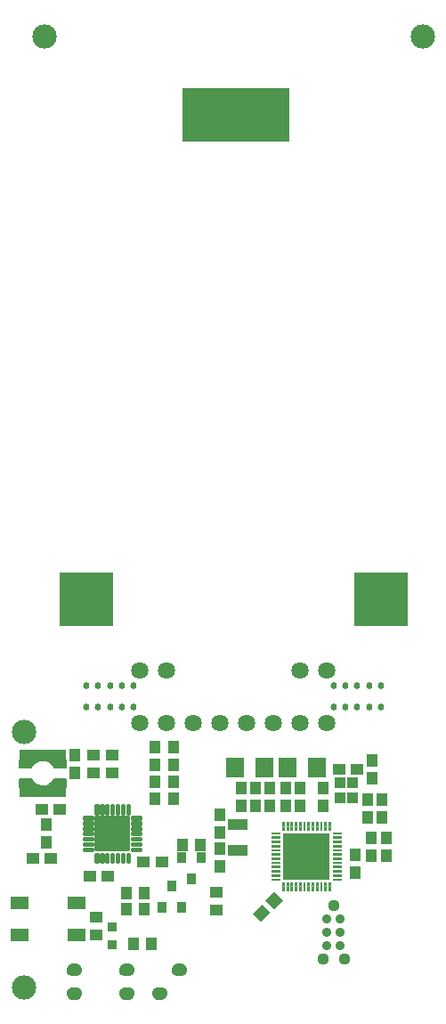
<source format=gts>
G75*
%MOIN*%
%OFA0B0*%
%FSLAX25Y25*%
%IPPOS*%
%LPD*%
%AMOC8*
5,1,8,0,0,1.08239X$1,22.5*
%
%ADD10C,0.09161*%
%ADD11C,0.02469*%
%ADD12R,0.04437X0.04831*%
%ADD13R,0.04831X0.04437*%
%ADD14R,0.17323X0.17323*%
%ADD15C,0.02681*%
%ADD16C,0.00394*%
%ADD17R,0.03937X0.04331*%
%ADD18C,0.00841*%
%ADD19C,0.01330*%
%ADD20C,0.00500*%
%ADD21R,0.17717X0.04114*%
%ADD22C,0.00630*%
%ADD23C,0.03598*%
%ADD24C,0.04402*%
%ADD25R,0.03650X0.03650*%
%ADD26R,0.06799X0.04831*%
%ADD27R,0.07587X0.04437*%
%ADD28C,0.06406*%
%ADD29R,0.06799X0.07587*%
%ADD30R,0.03650X0.04043*%
%ADD31R,0.39870X0.20185*%
%ADD32R,0.20185X0.20185*%
D10*
X0025784Y0029996D03*
X0025784Y0125665D03*
X0033264Y0385902D03*
X0174997Y0385902D03*
D11*
X0159249Y0142791D03*
X0154820Y0142791D03*
X0150390Y0142791D03*
X0145961Y0142791D03*
X0145961Y0134917D03*
X0150390Y0134917D03*
X0154820Y0134917D03*
X0159249Y0134917D03*
X0141532Y0134917D03*
X0141532Y0142791D03*
X0066729Y0142791D03*
X0062300Y0142791D03*
X0057871Y0142791D03*
X0057871Y0134917D03*
X0062300Y0134917D03*
X0066729Y0134917D03*
X0053442Y0134917D03*
X0049012Y0134917D03*
X0049012Y0142791D03*
X0053442Y0142791D03*
D12*
X0044682Y0116807D03*
X0044682Y0110114D03*
X0033855Y0091020D03*
X0033855Y0084327D03*
X0063875Y0065232D03*
X0063875Y0059130D03*
X0070568Y0059130D03*
X0070568Y0065232D03*
X0073453Y0046335D03*
X0066760Y0046335D03*
X0084938Y0083244D03*
X0091631Y0083244D03*
X0098973Y0081846D03*
X0099052Y0087791D03*
X0099052Y0094484D03*
X0106965Y0097870D03*
X0106965Y0104563D03*
X0112241Y0104563D03*
X0112241Y0097870D03*
X0117477Y0097870D03*
X0117477Y0104563D03*
X0123540Y0104563D03*
X0123540Y0097870D03*
X0128973Y0097870D03*
X0128973Y0104563D03*
X0137477Y0104563D03*
X0137477Y0097870D03*
X0149564Y0079602D03*
X0149564Y0072909D03*
X0155745Y0079209D03*
X0155745Y0085902D03*
X0154327Y0093579D03*
X0154327Y0100272D03*
X0156099Y0108185D03*
X0156099Y0114878D03*
X0159800Y0100272D03*
X0159800Y0093579D03*
X0161453Y0085902D03*
X0161453Y0079209D03*
X0098973Y0075154D03*
X0081493Y0100469D03*
X0081493Y0106768D03*
X0081493Y0113264D03*
X0081493Y0119760D03*
X0074800Y0119760D03*
X0074800Y0113264D03*
X0074800Y0106768D03*
X0074800Y0100469D03*
D13*
X0077162Y0076846D03*
X0070469Y0076846D03*
X0057083Y0071531D03*
X0050390Y0071531D03*
X0052556Y0056177D03*
X0052556Y0049484D03*
X0035627Y0078224D03*
X0028934Y0078224D03*
X0032280Y0096531D03*
X0038973Y0096531D03*
X0051572Y0110114D03*
X0051572Y0116807D03*
X0058658Y0116807D03*
X0058658Y0110114D03*
X0097635Y0065626D03*
X0097635Y0058933D03*
G36*
X0111284Y0057609D02*
X0114699Y0061024D01*
X0117836Y0057887D01*
X0114421Y0054472D01*
X0111284Y0057609D01*
G37*
G36*
X0116016Y0062341D02*
X0119431Y0065756D01*
X0122568Y0062619D01*
X0119153Y0059204D01*
X0116016Y0062341D01*
G37*
X0143698Y0111492D03*
X0150390Y0111492D03*
D14*
X0131296Y0079012D03*
D15*
X0133658Y0081374D03*
X0133658Y0076650D03*
X0128934Y0076650D03*
X0128934Y0081374D03*
X0128934Y0086098D03*
X0133658Y0086098D03*
X0138383Y0086098D03*
X0138383Y0081374D03*
X0138383Y0076650D03*
X0138383Y0071925D03*
X0133658Y0071925D03*
X0128934Y0071925D03*
X0124209Y0071925D03*
X0124209Y0076650D03*
X0124209Y0081374D03*
X0124209Y0086098D03*
D16*
X0121335Y0086096D02*
X0118422Y0086096D01*
X0118422Y0085823D02*
X0118422Y0086413D01*
X0121335Y0086413D01*
X0121335Y0085823D01*
X0118422Y0085823D01*
X0118422Y0084839D02*
X0118422Y0084248D01*
X0121335Y0084248D01*
X0121335Y0084839D01*
X0118422Y0084839D01*
X0118422Y0084527D02*
X0121335Y0084527D01*
X0121335Y0083264D02*
X0121335Y0082673D01*
X0118422Y0082673D01*
X0118422Y0083264D01*
X0121335Y0083264D01*
X0121335Y0082958D02*
X0118422Y0082958D01*
X0118422Y0081689D02*
X0118422Y0081098D01*
X0121335Y0081098D01*
X0121335Y0081689D01*
X0118422Y0081689D01*
X0118422Y0081389D02*
X0121335Y0081389D01*
X0121335Y0080114D02*
X0121335Y0079524D01*
X0118422Y0079524D01*
X0118422Y0080114D01*
X0121335Y0080114D01*
X0121335Y0079820D02*
X0118422Y0079820D01*
X0118422Y0078539D02*
X0118422Y0077949D01*
X0121335Y0077949D01*
X0121335Y0078539D01*
X0118422Y0078539D01*
X0118422Y0078252D02*
X0121335Y0078252D01*
X0121335Y0076965D02*
X0121335Y0076374D01*
X0118422Y0076374D01*
X0118422Y0076965D01*
X0121335Y0076965D01*
X0121335Y0076683D02*
X0118422Y0076683D01*
X0118422Y0075390D02*
X0118422Y0074799D01*
X0121335Y0074799D01*
X0121335Y0075390D01*
X0118422Y0075390D01*
X0118422Y0075114D02*
X0121335Y0075114D01*
X0121335Y0073815D02*
X0121335Y0073224D01*
X0118422Y0073224D01*
X0118422Y0073815D01*
X0121335Y0073815D01*
X0121335Y0073545D02*
X0118422Y0073545D01*
X0118422Y0072240D02*
X0118422Y0071650D01*
X0121335Y0071650D01*
X0121335Y0072240D01*
X0118422Y0072240D01*
X0118422Y0071976D02*
X0121335Y0071976D01*
X0121335Y0070665D02*
X0121335Y0070075D01*
X0118422Y0070075D01*
X0118422Y0070665D01*
X0121335Y0070665D01*
X0121335Y0070407D02*
X0118422Y0070407D01*
X0122320Y0069051D02*
X0122320Y0066138D01*
X0122910Y0066138D01*
X0122910Y0069051D01*
X0122320Y0069051D01*
X0122320Y0068838D02*
X0122910Y0068838D01*
X0122910Y0068446D02*
X0122320Y0068446D01*
X0122320Y0068054D02*
X0122910Y0068054D01*
X0122910Y0067662D02*
X0122320Y0067662D01*
X0122320Y0067270D02*
X0122910Y0067270D01*
X0122910Y0066877D02*
X0122320Y0066877D01*
X0122320Y0066485D02*
X0122910Y0066485D01*
X0123894Y0066485D02*
X0124485Y0066485D01*
X0124485Y0066138D02*
X0123894Y0066138D01*
X0123894Y0069051D01*
X0124485Y0069051D01*
X0124485Y0066138D01*
X0124485Y0066877D02*
X0123894Y0066877D01*
X0123894Y0067270D02*
X0124485Y0067270D01*
X0124485Y0067662D02*
X0123894Y0067662D01*
X0123894Y0068054D02*
X0124485Y0068054D01*
X0124485Y0068446D02*
X0123894Y0068446D01*
X0123894Y0068838D02*
X0124485Y0068838D01*
X0125469Y0068838D02*
X0126060Y0068838D01*
X0126060Y0069051D02*
X0126060Y0066138D01*
X0125469Y0066138D01*
X0125469Y0069051D01*
X0126060Y0069051D01*
X0126060Y0068446D02*
X0125469Y0068446D01*
X0125469Y0068054D02*
X0126060Y0068054D01*
X0126060Y0067662D02*
X0125469Y0067662D01*
X0125469Y0067270D02*
X0126060Y0067270D01*
X0126060Y0066877D02*
X0125469Y0066877D01*
X0125469Y0066485D02*
X0126060Y0066485D01*
X0127044Y0066485D02*
X0127635Y0066485D01*
X0127635Y0066138D02*
X0127044Y0066138D01*
X0127044Y0069051D01*
X0127635Y0069051D01*
X0127635Y0066138D01*
X0127635Y0066877D02*
X0127044Y0066877D01*
X0127044Y0067270D02*
X0127635Y0067270D01*
X0127635Y0067662D02*
X0127044Y0067662D01*
X0127044Y0068054D02*
X0127635Y0068054D01*
X0127635Y0068446D02*
X0127044Y0068446D01*
X0127044Y0068838D02*
X0127635Y0068838D01*
X0128619Y0068838D02*
X0129209Y0068838D01*
X0129209Y0069051D02*
X0129209Y0066138D01*
X0128619Y0066138D01*
X0128619Y0069051D01*
X0129209Y0069051D01*
X0129209Y0068446D02*
X0128619Y0068446D01*
X0128619Y0068054D02*
X0129209Y0068054D01*
X0129209Y0067662D02*
X0128619Y0067662D01*
X0128619Y0067270D02*
X0129209Y0067270D01*
X0129209Y0066877D02*
X0128619Y0066877D01*
X0128619Y0066485D02*
X0129209Y0066485D01*
X0130194Y0066485D02*
X0130784Y0066485D01*
X0130784Y0066138D02*
X0130194Y0066138D01*
X0130194Y0069051D01*
X0130784Y0069051D01*
X0130784Y0066138D01*
X0130784Y0066877D02*
X0130194Y0066877D01*
X0130194Y0067270D02*
X0130784Y0067270D01*
X0130784Y0067662D02*
X0130194Y0067662D01*
X0130194Y0068054D02*
X0130784Y0068054D01*
X0130784Y0068446D02*
X0130194Y0068446D01*
X0130194Y0068838D02*
X0130784Y0068838D01*
X0131768Y0068838D02*
X0132359Y0068838D01*
X0132359Y0069051D02*
X0132359Y0066138D01*
X0131768Y0066138D01*
X0131768Y0069051D01*
X0132359Y0069051D01*
X0132359Y0068446D02*
X0131768Y0068446D01*
X0131768Y0068054D02*
X0132359Y0068054D01*
X0132359Y0067662D02*
X0131768Y0067662D01*
X0131768Y0067270D02*
X0132359Y0067270D01*
X0132359Y0066877D02*
X0131768Y0066877D01*
X0131768Y0066485D02*
X0132359Y0066485D01*
X0133343Y0066485D02*
X0133934Y0066485D01*
X0133934Y0066138D02*
X0133343Y0066138D01*
X0133343Y0069051D01*
X0133934Y0069051D01*
X0133934Y0066138D01*
X0133934Y0066877D02*
X0133343Y0066877D01*
X0133343Y0067270D02*
X0133934Y0067270D01*
X0133934Y0067662D02*
X0133343Y0067662D01*
X0133343Y0068054D02*
X0133934Y0068054D01*
X0133934Y0068446D02*
X0133343Y0068446D01*
X0133343Y0068838D02*
X0133934Y0068838D01*
X0134918Y0068838D02*
X0135509Y0068838D01*
X0135509Y0069051D02*
X0135509Y0066138D01*
X0134918Y0066138D01*
X0134918Y0069051D01*
X0135509Y0069051D01*
X0135509Y0068446D02*
X0134918Y0068446D01*
X0134918Y0068054D02*
X0135509Y0068054D01*
X0135509Y0067662D02*
X0134918Y0067662D01*
X0134918Y0067270D02*
X0135509Y0067270D01*
X0135509Y0066877D02*
X0134918Y0066877D01*
X0134918Y0066485D02*
X0135509Y0066485D01*
X0136493Y0066485D02*
X0137083Y0066485D01*
X0137083Y0066138D02*
X0136493Y0066138D01*
X0136493Y0069051D01*
X0137083Y0069051D01*
X0137083Y0066138D01*
X0137083Y0066877D02*
X0136493Y0066877D01*
X0136493Y0067270D02*
X0137083Y0067270D01*
X0137083Y0067662D02*
X0136493Y0067662D01*
X0136493Y0068054D02*
X0137083Y0068054D01*
X0137083Y0068446D02*
X0136493Y0068446D01*
X0136493Y0068838D02*
X0137083Y0068838D01*
X0138068Y0068838D02*
X0138658Y0068838D01*
X0138658Y0069051D02*
X0138658Y0066138D01*
X0138068Y0066138D01*
X0138068Y0069051D01*
X0138658Y0069051D01*
X0138658Y0068446D02*
X0138068Y0068446D01*
X0138068Y0068054D02*
X0138658Y0068054D01*
X0138658Y0067662D02*
X0138068Y0067662D01*
X0138068Y0067270D02*
X0138658Y0067270D01*
X0138658Y0066877D02*
X0138068Y0066877D01*
X0138068Y0066485D02*
X0138658Y0066485D01*
X0139642Y0066485D02*
X0140233Y0066485D01*
X0140233Y0066138D02*
X0139642Y0066138D01*
X0139642Y0069051D01*
X0140233Y0069051D01*
X0140233Y0066138D01*
X0140233Y0066877D02*
X0139642Y0066877D01*
X0139642Y0067270D02*
X0140233Y0067270D01*
X0140233Y0067662D02*
X0139642Y0067662D01*
X0139642Y0068054D02*
X0140233Y0068054D01*
X0140233Y0068446D02*
X0139642Y0068446D01*
X0139642Y0068838D02*
X0140233Y0068838D01*
X0141257Y0070075D02*
X0141257Y0070665D01*
X0144170Y0070665D01*
X0144170Y0070075D01*
X0141257Y0070075D01*
X0141257Y0070407D02*
X0144170Y0070407D01*
X0144170Y0071650D02*
X0141257Y0071650D01*
X0141257Y0072240D01*
X0144170Y0072240D01*
X0144170Y0071650D01*
X0144170Y0071976D02*
X0141257Y0071976D01*
X0141257Y0073224D02*
X0141257Y0073815D01*
X0144170Y0073815D01*
X0144170Y0073224D01*
X0141257Y0073224D01*
X0141257Y0073545D02*
X0144170Y0073545D01*
X0144170Y0074799D02*
X0141257Y0074799D01*
X0141257Y0075390D01*
X0144170Y0075390D01*
X0144170Y0074799D01*
X0144170Y0075114D02*
X0141257Y0075114D01*
X0141257Y0076374D02*
X0141257Y0076965D01*
X0144170Y0076965D01*
X0144170Y0076374D01*
X0141257Y0076374D01*
X0141257Y0076683D02*
X0144170Y0076683D01*
X0144170Y0077949D02*
X0141257Y0077949D01*
X0141257Y0078539D01*
X0144170Y0078539D01*
X0144170Y0077949D01*
X0144170Y0078252D02*
X0141257Y0078252D01*
X0141257Y0079524D02*
X0141257Y0080114D01*
X0144170Y0080114D01*
X0144170Y0079524D01*
X0141257Y0079524D01*
X0141257Y0079820D02*
X0144170Y0079820D01*
X0144170Y0081098D02*
X0141257Y0081098D01*
X0141257Y0081689D01*
X0144170Y0081689D01*
X0144170Y0081098D01*
X0144170Y0081389D02*
X0141257Y0081389D01*
X0141257Y0082673D02*
X0141257Y0083264D01*
X0144170Y0083264D01*
X0144170Y0082673D01*
X0141257Y0082673D01*
X0141257Y0082958D02*
X0144170Y0082958D01*
X0144170Y0084248D02*
X0141257Y0084248D01*
X0141257Y0084839D01*
X0144170Y0084839D01*
X0144170Y0084248D01*
X0144170Y0084527D02*
X0141257Y0084527D01*
X0141257Y0085823D02*
X0141257Y0086413D01*
X0144170Y0086413D01*
X0144170Y0085823D01*
X0141257Y0085823D01*
X0141257Y0086096D02*
X0144170Y0086096D01*
X0144170Y0087398D02*
X0141257Y0087398D01*
X0141257Y0087988D01*
X0144170Y0087988D01*
X0144170Y0087398D01*
X0144170Y0087665D02*
X0141257Y0087665D01*
X0140233Y0088972D02*
X0139642Y0088972D01*
X0139642Y0091886D01*
X0140233Y0091886D01*
X0140233Y0088972D01*
X0140233Y0089233D02*
X0139642Y0089233D01*
X0139642Y0089626D02*
X0140233Y0089626D01*
X0140233Y0090018D02*
X0139642Y0090018D01*
X0139642Y0090410D02*
X0140233Y0090410D01*
X0140233Y0090802D02*
X0139642Y0090802D01*
X0139642Y0091195D02*
X0140233Y0091195D01*
X0140233Y0091587D02*
X0139642Y0091587D01*
X0138658Y0091587D02*
X0138068Y0091587D01*
X0138068Y0091886D02*
X0138658Y0091886D01*
X0138658Y0088972D01*
X0138068Y0088972D01*
X0138068Y0091886D01*
X0138068Y0091195D02*
X0138658Y0091195D01*
X0138658Y0090802D02*
X0138068Y0090802D01*
X0138068Y0090410D02*
X0138658Y0090410D01*
X0138658Y0090018D02*
X0138068Y0090018D01*
X0138068Y0089626D02*
X0138658Y0089626D01*
X0138658Y0089233D02*
X0138068Y0089233D01*
X0137083Y0089233D02*
X0136493Y0089233D01*
X0136493Y0088972D02*
X0137083Y0088972D01*
X0137083Y0091886D01*
X0136493Y0091886D01*
X0136493Y0088972D01*
X0136493Y0089626D02*
X0137083Y0089626D01*
X0137083Y0090018D02*
X0136493Y0090018D01*
X0136493Y0090410D02*
X0137083Y0090410D01*
X0137083Y0090802D02*
X0136493Y0090802D01*
X0136493Y0091195D02*
X0137083Y0091195D01*
X0137083Y0091587D02*
X0136493Y0091587D01*
X0135509Y0091587D02*
X0134918Y0091587D01*
X0134918Y0091886D02*
X0135509Y0091886D01*
X0135509Y0088972D01*
X0134918Y0088972D01*
X0134918Y0091886D01*
X0134918Y0091195D02*
X0135509Y0091195D01*
X0135509Y0090802D02*
X0134918Y0090802D01*
X0134918Y0090410D02*
X0135509Y0090410D01*
X0135509Y0090018D02*
X0134918Y0090018D01*
X0134918Y0089626D02*
X0135509Y0089626D01*
X0135509Y0089233D02*
X0134918Y0089233D01*
X0133934Y0089233D02*
X0133343Y0089233D01*
X0133343Y0088972D02*
X0133934Y0088972D01*
X0133934Y0091886D01*
X0133343Y0091886D01*
X0133343Y0088972D01*
X0133343Y0089626D02*
X0133934Y0089626D01*
X0133934Y0090018D02*
X0133343Y0090018D01*
X0133343Y0090410D02*
X0133934Y0090410D01*
X0133934Y0090802D02*
X0133343Y0090802D01*
X0133343Y0091195D02*
X0133934Y0091195D01*
X0133934Y0091587D02*
X0133343Y0091587D01*
X0132359Y0091587D02*
X0131768Y0091587D01*
X0131768Y0091886D02*
X0132359Y0091886D01*
X0132359Y0088972D01*
X0131768Y0088972D01*
X0131768Y0091886D01*
X0131768Y0091195D02*
X0132359Y0091195D01*
X0132359Y0090802D02*
X0131768Y0090802D01*
X0131768Y0090410D02*
X0132359Y0090410D01*
X0132359Y0090018D02*
X0131768Y0090018D01*
X0131768Y0089626D02*
X0132359Y0089626D01*
X0132359Y0089233D02*
X0131768Y0089233D01*
X0130784Y0089233D02*
X0130194Y0089233D01*
X0130194Y0088972D02*
X0130784Y0088972D01*
X0130784Y0091886D01*
X0130194Y0091886D01*
X0130194Y0088972D01*
X0130194Y0089626D02*
X0130784Y0089626D01*
X0130784Y0090018D02*
X0130194Y0090018D01*
X0130194Y0090410D02*
X0130784Y0090410D01*
X0130784Y0090802D02*
X0130194Y0090802D01*
X0130194Y0091195D02*
X0130784Y0091195D01*
X0130784Y0091587D02*
X0130194Y0091587D01*
X0129209Y0091587D02*
X0128619Y0091587D01*
X0128619Y0091886D02*
X0129209Y0091886D01*
X0129209Y0088972D01*
X0128619Y0088972D01*
X0128619Y0091886D01*
X0128619Y0091195D02*
X0129209Y0091195D01*
X0129209Y0090802D02*
X0128619Y0090802D01*
X0128619Y0090410D02*
X0129209Y0090410D01*
X0129209Y0090018D02*
X0128619Y0090018D01*
X0128619Y0089626D02*
X0129209Y0089626D01*
X0129209Y0089233D02*
X0128619Y0089233D01*
X0127635Y0089233D02*
X0127044Y0089233D01*
X0127044Y0088972D02*
X0127635Y0088972D01*
X0127635Y0091886D01*
X0127044Y0091886D01*
X0127044Y0088972D01*
X0127044Y0089626D02*
X0127635Y0089626D01*
X0127635Y0090018D02*
X0127044Y0090018D01*
X0127044Y0090410D02*
X0127635Y0090410D01*
X0127635Y0090802D02*
X0127044Y0090802D01*
X0127044Y0091195D02*
X0127635Y0091195D01*
X0127635Y0091587D02*
X0127044Y0091587D01*
X0126060Y0091587D02*
X0125469Y0091587D01*
X0125469Y0091886D02*
X0126060Y0091886D01*
X0126060Y0088972D01*
X0125469Y0088972D01*
X0125469Y0091886D01*
X0125469Y0091195D02*
X0126060Y0091195D01*
X0126060Y0090802D02*
X0125469Y0090802D01*
X0125469Y0090410D02*
X0126060Y0090410D01*
X0126060Y0090018D02*
X0125469Y0090018D01*
X0125469Y0089626D02*
X0126060Y0089626D01*
X0126060Y0089233D02*
X0125469Y0089233D01*
X0124485Y0089233D02*
X0123894Y0089233D01*
X0123894Y0088972D02*
X0124485Y0088972D01*
X0124485Y0091886D01*
X0123894Y0091886D01*
X0123894Y0088972D01*
X0123894Y0089626D02*
X0124485Y0089626D01*
X0124485Y0090018D02*
X0123894Y0090018D01*
X0123894Y0090410D02*
X0124485Y0090410D01*
X0124485Y0090802D02*
X0123894Y0090802D01*
X0123894Y0091195D02*
X0124485Y0091195D01*
X0124485Y0091587D02*
X0123894Y0091587D01*
X0122910Y0091587D02*
X0122320Y0091587D01*
X0122320Y0091886D02*
X0122910Y0091886D01*
X0122910Y0088972D01*
X0122320Y0088972D01*
X0122320Y0091886D01*
X0122320Y0091195D02*
X0122910Y0091195D01*
X0122910Y0090802D02*
X0122320Y0090802D01*
X0122320Y0090410D02*
X0122910Y0090410D01*
X0122910Y0090018D02*
X0122320Y0090018D01*
X0122320Y0089626D02*
X0122910Y0089626D01*
X0122910Y0089233D02*
X0122320Y0089233D01*
X0121335Y0087988D02*
X0121335Y0087398D01*
X0118422Y0087398D01*
X0118422Y0087988D01*
X0121335Y0087988D01*
X0121335Y0087665D02*
X0118422Y0087665D01*
D17*
X0143953Y0100764D03*
X0143953Y0106472D03*
X0148481Y0106472D03*
X0148481Y0100764D03*
D18*
X0069314Y0093802D02*
X0066112Y0093802D01*
X0069314Y0093802D02*
X0069314Y0092962D01*
X0066112Y0092962D01*
X0066112Y0093802D01*
X0069314Y0093802D01*
X0069314Y0091833D02*
X0066112Y0091833D01*
X0069314Y0091833D02*
X0069314Y0090993D01*
X0066112Y0090993D01*
X0066112Y0091833D01*
X0069314Y0091833D01*
X0069314Y0089865D02*
X0066112Y0089865D01*
X0069314Y0089865D02*
X0069314Y0089025D01*
X0066112Y0089025D01*
X0066112Y0089865D01*
X0069314Y0089865D01*
X0069314Y0087896D02*
X0066112Y0087896D01*
X0069314Y0087896D02*
X0069314Y0087056D01*
X0066112Y0087056D01*
X0066112Y0087896D01*
X0069314Y0087896D01*
X0069314Y0085928D02*
X0066112Y0085928D01*
X0069314Y0085928D02*
X0069314Y0085088D01*
X0066112Y0085088D01*
X0066112Y0085928D01*
X0069314Y0085928D01*
X0069314Y0083959D02*
X0066112Y0083959D01*
X0069314Y0083959D02*
X0069314Y0083119D01*
X0066112Y0083119D01*
X0066112Y0083959D01*
X0069314Y0083959D01*
X0069314Y0081991D02*
X0066112Y0081991D01*
X0069314Y0081991D02*
X0069314Y0081151D01*
X0066112Y0081151D01*
X0066112Y0081991D01*
X0069314Y0081991D01*
X0064984Y0080022D02*
X0064984Y0076820D01*
X0064144Y0076820D01*
X0064144Y0080022D01*
X0064984Y0080022D01*
X0064984Y0077660D02*
X0064144Y0077660D01*
X0064144Y0078500D02*
X0064984Y0078500D01*
X0064984Y0079340D02*
X0064144Y0079340D01*
X0063015Y0080022D02*
X0063015Y0076820D01*
X0062175Y0076820D01*
X0062175Y0080022D01*
X0063015Y0080022D01*
X0063015Y0077660D02*
X0062175Y0077660D01*
X0062175Y0078500D02*
X0063015Y0078500D01*
X0063015Y0079340D02*
X0062175Y0079340D01*
X0061047Y0080022D02*
X0061047Y0076820D01*
X0060207Y0076820D01*
X0060207Y0080022D01*
X0061047Y0080022D01*
X0061047Y0077660D02*
X0060207Y0077660D01*
X0060207Y0078500D02*
X0061047Y0078500D01*
X0061047Y0079340D02*
X0060207Y0079340D01*
X0059078Y0080022D02*
X0059078Y0076820D01*
X0058238Y0076820D01*
X0058238Y0080022D01*
X0059078Y0080022D01*
X0059078Y0077660D02*
X0058238Y0077660D01*
X0058238Y0078500D02*
X0059078Y0078500D01*
X0059078Y0079340D02*
X0058238Y0079340D01*
X0057110Y0080022D02*
X0057110Y0076820D01*
X0056270Y0076820D01*
X0056270Y0080022D01*
X0057110Y0080022D01*
X0057110Y0077660D02*
X0056270Y0077660D01*
X0056270Y0078500D02*
X0057110Y0078500D01*
X0057110Y0079340D02*
X0056270Y0079340D01*
X0055141Y0080022D02*
X0055141Y0076820D01*
X0054301Y0076820D01*
X0054301Y0080022D01*
X0055141Y0080022D01*
X0055141Y0077660D02*
X0054301Y0077660D01*
X0054301Y0078500D02*
X0055141Y0078500D01*
X0055141Y0079340D02*
X0054301Y0079340D01*
X0053173Y0080022D02*
X0053173Y0076820D01*
X0052333Y0076820D01*
X0052333Y0080022D01*
X0053173Y0080022D01*
X0053173Y0077660D02*
X0052333Y0077660D01*
X0052333Y0078500D02*
X0053173Y0078500D01*
X0053173Y0079340D02*
X0052333Y0079340D01*
X0051204Y0081151D02*
X0048002Y0081151D01*
X0048002Y0081991D01*
X0051204Y0081991D01*
X0051204Y0081151D01*
X0051204Y0081991D02*
X0048002Y0081991D01*
X0048002Y0083119D02*
X0051204Y0083119D01*
X0048002Y0083119D02*
X0048002Y0083959D01*
X0051204Y0083959D01*
X0051204Y0083119D01*
X0051204Y0083959D02*
X0048002Y0083959D01*
X0048002Y0085088D02*
X0051204Y0085088D01*
X0048002Y0085088D02*
X0048002Y0085928D01*
X0051204Y0085928D01*
X0051204Y0085088D01*
X0051204Y0085928D02*
X0048002Y0085928D01*
X0048002Y0087056D02*
X0051204Y0087056D01*
X0048002Y0087056D02*
X0048002Y0087896D01*
X0051204Y0087896D01*
X0051204Y0087056D01*
X0051204Y0087896D02*
X0048002Y0087896D01*
X0048002Y0089025D02*
X0051204Y0089025D01*
X0048002Y0089025D02*
X0048002Y0089865D01*
X0051204Y0089865D01*
X0051204Y0089025D01*
X0051204Y0089865D02*
X0048002Y0089865D01*
X0048002Y0090993D02*
X0051204Y0090993D01*
X0048002Y0090993D02*
X0048002Y0091833D01*
X0051204Y0091833D01*
X0051204Y0090993D01*
X0051204Y0091833D02*
X0048002Y0091833D01*
X0048002Y0092962D02*
X0051204Y0092962D01*
X0048002Y0092962D02*
X0048002Y0093802D01*
X0051204Y0093802D01*
X0051204Y0092962D01*
X0051204Y0093802D02*
X0048002Y0093802D01*
X0052333Y0094930D02*
X0052333Y0098132D01*
X0053173Y0098132D01*
X0053173Y0094930D01*
X0052333Y0094930D01*
X0052333Y0095770D02*
X0053173Y0095770D01*
X0053173Y0096610D02*
X0052333Y0096610D01*
X0052333Y0097450D02*
X0053173Y0097450D01*
X0054301Y0098132D02*
X0054301Y0094930D01*
X0054301Y0098132D02*
X0055141Y0098132D01*
X0055141Y0094930D01*
X0054301Y0094930D01*
X0054301Y0095770D02*
X0055141Y0095770D01*
X0055141Y0096610D02*
X0054301Y0096610D01*
X0054301Y0097450D02*
X0055141Y0097450D01*
X0056270Y0098132D02*
X0056270Y0094930D01*
X0056270Y0098132D02*
X0057110Y0098132D01*
X0057110Y0094930D01*
X0056270Y0094930D01*
X0056270Y0095770D02*
X0057110Y0095770D01*
X0057110Y0096610D02*
X0056270Y0096610D01*
X0056270Y0097450D02*
X0057110Y0097450D01*
X0058238Y0098132D02*
X0058238Y0094930D01*
X0058238Y0098132D02*
X0059078Y0098132D01*
X0059078Y0094930D01*
X0058238Y0094930D01*
X0058238Y0095770D02*
X0059078Y0095770D01*
X0059078Y0096610D02*
X0058238Y0096610D01*
X0058238Y0097450D02*
X0059078Y0097450D01*
X0060207Y0098132D02*
X0060207Y0094930D01*
X0060207Y0098132D02*
X0061047Y0098132D01*
X0061047Y0094930D01*
X0060207Y0094930D01*
X0060207Y0095770D02*
X0061047Y0095770D01*
X0061047Y0096610D02*
X0060207Y0096610D01*
X0060207Y0097450D02*
X0061047Y0097450D01*
X0062175Y0098132D02*
X0062175Y0094930D01*
X0062175Y0098132D02*
X0063015Y0098132D01*
X0063015Y0094930D01*
X0062175Y0094930D01*
X0062175Y0095770D02*
X0063015Y0095770D01*
X0063015Y0096610D02*
X0062175Y0096610D01*
X0062175Y0097450D02*
X0063015Y0097450D01*
X0064144Y0098132D02*
X0064144Y0094930D01*
X0064144Y0098132D02*
X0064984Y0098132D01*
X0064984Y0094930D01*
X0064144Y0094930D01*
X0064144Y0095770D02*
X0064984Y0095770D01*
X0064984Y0096610D02*
X0064144Y0096610D01*
X0064144Y0097450D02*
X0064984Y0097450D01*
D19*
X0064640Y0081494D02*
X0052676Y0081494D01*
X0052676Y0093458D01*
X0064640Y0093458D01*
X0064640Y0081494D01*
X0064640Y0082823D02*
X0052676Y0082823D01*
X0052676Y0084152D02*
X0064640Y0084152D01*
X0064640Y0085481D02*
X0052676Y0085481D01*
X0052676Y0086810D02*
X0064640Y0086810D01*
X0064640Y0088139D02*
X0052676Y0088139D01*
X0052676Y0089468D02*
X0064640Y0089468D01*
X0064640Y0090797D02*
X0052676Y0090797D01*
X0052676Y0092126D02*
X0064640Y0092126D01*
X0064640Y0093455D02*
X0052676Y0093455D01*
D20*
X0045390Y0038382D02*
X0043422Y0038382D01*
X0042635Y0037988D01*
X0042241Y0037594D01*
X0041847Y0036807D01*
X0041847Y0036020D01*
X0042241Y0035232D01*
X0042635Y0034839D01*
X0043422Y0034445D01*
X0045390Y0034445D01*
X0046178Y0034839D01*
X0046572Y0035232D01*
X0046965Y0036020D01*
X0046965Y0036807D01*
X0046572Y0037594D01*
X0046178Y0037988D01*
X0045390Y0038382D01*
X0046102Y0038026D02*
X0042710Y0038026D01*
X0042207Y0037527D02*
X0046605Y0037527D01*
X0046854Y0037029D02*
X0041958Y0037029D01*
X0041847Y0036530D02*
X0046965Y0036530D01*
X0046965Y0036032D02*
X0041847Y0036032D01*
X0042090Y0035533D02*
X0046722Y0035533D01*
X0046374Y0035035D02*
X0042438Y0035035D01*
X0043239Y0034536D02*
X0045573Y0034536D01*
X0045390Y0029524D02*
X0043422Y0029524D01*
X0042635Y0029130D01*
X0042241Y0028736D01*
X0041847Y0027949D01*
X0041847Y0027161D01*
X0042241Y0026374D01*
X0042635Y0025980D01*
X0043422Y0025587D01*
X0045390Y0025587D01*
X0046178Y0025980D01*
X0046572Y0026374D01*
X0046965Y0027161D01*
X0046965Y0027949D01*
X0046572Y0028736D01*
X0046178Y0029130D01*
X0045390Y0029524D01*
X0046255Y0029053D02*
X0042557Y0029053D01*
X0042150Y0028554D02*
X0046662Y0028554D01*
X0046912Y0028056D02*
X0041901Y0028056D01*
X0041847Y0027557D02*
X0046965Y0027557D01*
X0046914Y0027059D02*
X0041898Y0027059D01*
X0042148Y0026560D02*
X0046665Y0026560D01*
X0046259Y0026062D02*
X0042553Y0026062D01*
X0061532Y0027161D02*
X0061532Y0027949D01*
X0061926Y0028736D01*
X0062320Y0029130D01*
X0063107Y0029524D01*
X0065075Y0029524D01*
X0065863Y0029130D01*
X0066257Y0028736D01*
X0066650Y0027949D01*
X0066650Y0027161D01*
X0066257Y0026374D01*
X0065863Y0025980D01*
X0065075Y0025587D01*
X0063107Y0025587D01*
X0062320Y0025980D01*
X0061926Y0026374D01*
X0061532Y0027161D01*
X0061584Y0027059D02*
X0066599Y0027059D01*
X0066650Y0027557D02*
X0061532Y0027557D01*
X0061586Y0028056D02*
X0066597Y0028056D01*
X0066348Y0028554D02*
X0061835Y0028554D01*
X0062242Y0029053D02*
X0065940Y0029053D01*
X0066350Y0026560D02*
X0061833Y0026560D01*
X0062238Y0026062D02*
X0065944Y0026062D01*
X0065075Y0034445D02*
X0063107Y0034445D01*
X0062320Y0034839D01*
X0061926Y0035232D01*
X0061532Y0036020D01*
X0061532Y0036807D01*
X0061926Y0037594D01*
X0062320Y0037988D01*
X0063107Y0038382D01*
X0065075Y0038382D01*
X0065863Y0037988D01*
X0066257Y0037594D01*
X0066650Y0036807D01*
X0066650Y0036020D01*
X0066257Y0035232D01*
X0065863Y0034839D01*
X0065075Y0034445D01*
X0065258Y0034536D02*
X0062924Y0034536D01*
X0062123Y0035035D02*
X0066059Y0035035D01*
X0066407Y0035533D02*
X0061775Y0035533D01*
X0061532Y0036032D02*
X0066650Y0036032D01*
X0066650Y0036530D02*
X0061532Y0036530D01*
X0061643Y0037029D02*
X0066539Y0037029D01*
X0066290Y0037527D02*
X0061892Y0037527D01*
X0062395Y0038026D02*
X0065787Y0038026D01*
X0074623Y0029228D02*
X0075410Y0029622D01*
X0077379Y0029622D01*
X0078166Y0029228D01*
X0078560Y0028835D01*
X0078953Y0028047D01*
X0078953Y0027260D01*
X0078560Y0026472D01*
X0078166Y0026079D01*
X0077379Y0025685D01*
X0075410Y0025685D01*
X0074623Y0026079D01*
X0074229Y0026472D01*
X0073835Y0027260D01*
X0073835Y0028047D01*
X0074229Y0028835D01*
X0074623Y0029228D01*
X0074447Y0029053D02*
X0078342Y0029053D01*
X0078700Y0028554D02*
X0074089Y0028554D01*
X0073840Y0028056D02*
X0078949Y0028056D01*
X0078953Y0027557D02*
X0073835Y0027557D01*
X0073936Y0027059D02*
X0078853Y0027059D01*
X0078604Y0026560D02*
X0074185Y0026560D01*
X0074657Y0026062D02*
X0078132Y0026062D01*
X0077520Y0029551D02*
X0075269Y0029551D01*
X0081611Y0035232D02*
X0081217Y0036020D01*
X0081217Y0036807D01*
X0081611Y0037594D01*
X0082005Y0037988D01*
X0082792Y0038382D01*
X0084760Y0038382D01*
X0085548Y0037988D01*
X0085942Y0037594D01*
X0086335Y0036807D01*
X0086335Y0036020D01*
X0085942Y0035232D01*
X0085548Y0034839D01*
X0084760Y0034445D01*
X0082792Y0034445D01*
X0082005Y0034839D01*
X0081611Y0035232D01*
X0081808Y0035035D02*
X0085744Y0035035D01*
X0086092Y0035533D02*
X0081460Y0035533D01*
X0081217Y0036032D02*
X0086335Y0036032D01*
X0086335Y0036530D02*
X0081217Y0036530D01*
X0081328Y0037029D02*
X0086224Y0037029D01*
X0085975Y0037527D02*
X0081577Y0037527D01*
X0082080Y0038026D02*
X0085472Y0038026D01*
X0084944Y0034536D02*
X0082609Y0034536D01*
D21*
X0032674Y0103313D03*
X0032674Y0116778D03*
D22*
X0033009Y0115035D02*
X0032162Y0115035D01*
X0031394Y0114878D01*
X0031001Y0114701D01*
X0030627Y0114524D01*
X0030331Y0114366D01*
X0030154Y0114248D01*
X0029898Y0114071D01*
X0029623Y0113854D01*
X0029308Y0113579D01*
X0029072Y0113343D01*
X0028835Y0113047D01*
X0028619Y0112732D01*
X0028461Y0112516D01*
X0028304Y0112201D01*
X0024131Y0112201D01*
X0024131Y0115232D01*
X0041217Y0115232D01*
X0041217Y0112201D01*
X0037083Y0112201D01*
X0036906Y0112496D01*
X0036768Y0112752D01*
X0036631Y0112949D01*
X0036316Y0113343D01*
X0036079Y0113598D01*
X0035627Y0114012D01*
X0035174Y0114307D01*
X0034721Y0114524D01*
X0034072Y0114780D01*
X0033678Y0114898D01*
X0033107Y0115016D01*
X0033009Y0115035D01*
X0034509Y0114607D02*
X0041217Y0114607D01*
X0041217Y0113979D02*
X0035663Y0113979D01*
X0036308Y0113350D02*
X0041217Y0113350D01*
X0041217Y0112722D02*
X0036785Y0112722D01*
X0037044Y0108028D02*
X0041217Y0108028D01*
X0041217Y0104996D01*
X0024131Y0104996D01*
X0024131Y0108028D01*
X0028264Y0108028D01*
X0028442Y0107732D01*
X0028579Y0107476D01*
X0028717Y0107280D01*
X0029032Y0106886D01*
X0029268Y0106630D01*
X0029721Y0106217D01*
X0030174Y0105921D01*
X0030627Y0105705D01*
X0031276Y0105449D01*
X0031670Y0105331D01*
X0032241Y0105213D01*
X0032339Y0105193D01*
X0033186Y0105193D01*
X0033953Y0105350D01*
X0034347Y0105528D01*
X0034721Y0105705D01*
X0035016Y0105862D01*
X0035194Y0105980D01*
X0035449Y0106157D01*
X0035725Y0106374D01*
X0036040Y0106650D01*
X0036276Y0106886D01*
X0036512Y0107181D01*
X0036729Y0107496D01*
X0036886Y0107713D01*
X0037044Y0108028D01*
X0036873Y0107694D02*
X0041217Y0107694D01*
X0041217Y0107066D02*
X0036420Y0107066D01*
X0035798Y0106438D02*
X0041217Y0106438D01*
X0041217Y0105809D02*
X0034917Y0105809D01*
X0030803Y0114607D02*
X0024131Y0114607D01*
X0024131Y0113979D02*
X0029781Y0113979D01*
X0029079Y0113350D02*
X0024131Y0113350D01*
X0024131Y0112722D02*
X0028611Y0112722D01*
X0028462Y0107694D02*
X0024131Y0107694D01*
X0024131Y0107066D02*
X0028888Y0107066D01*
X0029479Y0106438D02*
X0024131Y0106438D01*
X0024131Y0105809D02*
X0030408Y0105809D01*
X0024131Y0105181D02*
X0041217Y0105181D01*
D23*
X0139032Y0055665D03*
X0139032Y0050665D03*
X0139032Y0045665D03*
X0144032Y0045665D03*
X0144032Y0050665D03*
X0144032Y0055665D03*
D24*
X0141532Y0060665D03*
X0137532Y0040665D03*
X0145532Y0040665D03*
D25*
X0058658Y0046039D03*
X0058658Y0052535D03*
D26*
X0024012Y0049484D03*
X0024012Y0061689D03*
X0045272Y0061689D03*
X0045272Y0049484D03*
D27*
X0105548Y0081177D03*
X0105548Y0091020D03*
D28*
X0109131Y0129012D03*
X0099131Y0129012D03*
X0089131Y0129012D03*
X0079131Y0129012D03*
X0079131Y0148697D03*
X0069131Y0148697D03*
X0069131Y0129012D03*
X0119131Y0129012D03*
X0129131Y0129012D03*
X0129131Y0148697D03*
X0139131Y0148697D03*
X0139131Y0129012D03*
D29*
X0135233Y0112280D03*
X0124209Y0112280D03*
X0115548Y0112280D03*
X0104524Y0112280D03*
D30*
X0092123Y0078421D03*
X0088383Y0070547D03*
X0084642Y0078421D03*
X0080902Y0067791D03*
X0077162Y0059917D03*
X0084642Y0059917D03*
D31*
X0105115Y0356374D03*
D32*
X0159249Y0175272D03*
X0049012Y0175272D03*
M02*

</source>
